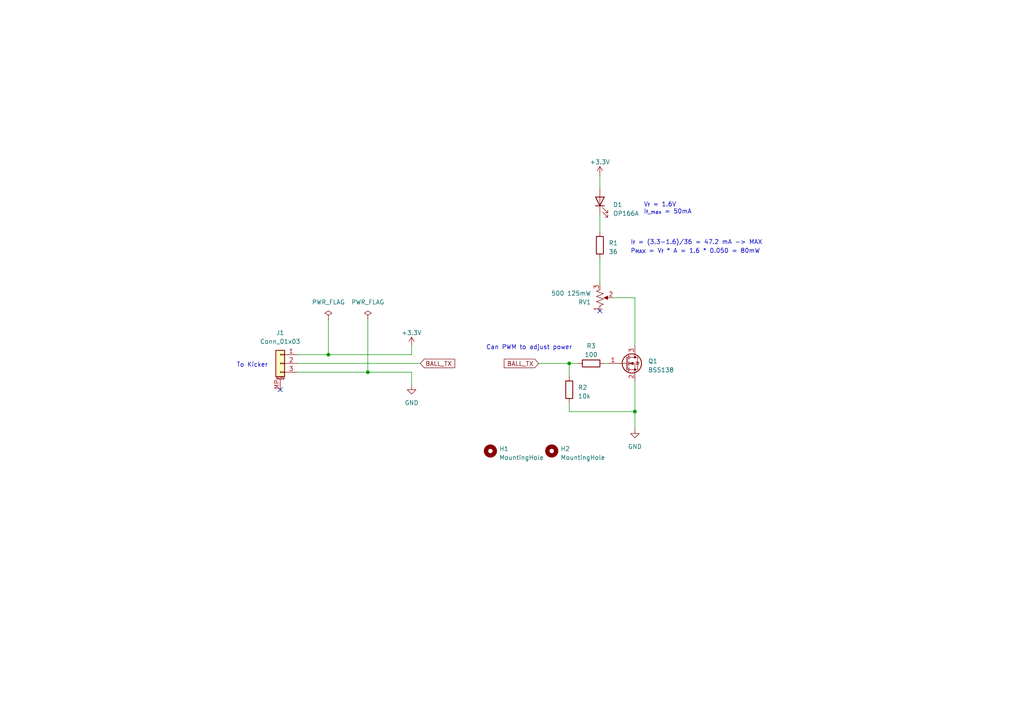
<source format=kicad_sch>
(kicad_sch (version 20231120) (generator "eeschema") (generator_version "8.0")
  (paper "A4")
  (title_block (title "Breakbeam Emitter") (date "2023-11-27") (rev "1.2 R0") (company "SSL A-Team") (comment 1 "Author: Joe Spall") (comment 2 "Author: Will Stuckey"))
  (lib_symbols
    (symbol "Connector_Generic_MountingPin:Conn_01x03_MountingPin" (pin_names (offset 1.016) hide)
      (property "Reference" "J" (at 0 5.08 0))
      (property "Value" "Conn_01x03_MountingPin" (at 1.27 -5.08 0))
      (symbol "Conn_01x03_MountingPin_1_1"
        (rectangle (start -1.27 -2.413) (end 0 -2.667) (stroke (width 0.1524)))
        (rectangle (start -1.27 0.127) (end 0 -0.127) (stroke (width 0.1524)))
        (rectangle (start -1.27 2.667) (end 0 2.413) (stroke (width 0.1524)))
        (rectangle (start -1.27 3.81) (end 1.27 -3.81) (stroke (width 0.254)) (fill (type background)))
        (polyline (pts (xy -1.016 -4.572) (xy 1.016 -4.572)) (stroke (width 0.1524)))
        (text "Mounting" (at 0 -4.191 0) (effects (font (size 0.381 0.381))))
        (pin passive line (at -5.08 2.54 0) (length 3.81) (name "Pin_1") (number "1"))
        (pin passive line (at -5.08 0 0) (length 3.81) (name "Pin_2") (number "2"))
        (pin passive line (at -5.08 -2.54 0) (length 3.81) (name "Pin_3") (number "3"))
        (pin passive line (at 0 -7.62 90) (length 3.048) (name "MountPin") (number "MP"))
      )
    )
    (symbol "Device:LED" (pin_numbers hide) (pin_names (offset 1.016) hide)
      (property "Reference" "D" (at 0 2.54 0))
      (property "Value" "LED" (at 0 -2.54 0))
      (symbol "LED_0_1"
        (polyline (pts (xy -1.27 -1.27) (xy -1.27 1.27)) (stroke (width 0.254)))
        (polyline (pts (xy -1.27 0) (xy 1.27 0)))
        (polyline (pts (xy 1.27 -1.27) (xy 1.27 1.27) (xy -1.27 0) (xy 1.27 -1.27)) (stroke (width 0.254)))
        (polyline (pts (xy -3.048 -0.762) (xy -4.572 -2.286) (xy -3.81 -2.286) (xy -4.572 -2.286) (xy -4.572 -1.524)))
        (polyline (pts (xy -1.778 -0.762) (xy -3.302 -2.286) (xy -2.54 -2.286) (xy -3.302 -2.286) (xy -3.302 -1.524)))
      )
      (symbol "LED_1_1"
        (pin passive line (at -3.81 0 0) (length 2.54) (name "K") (number "1"))
        (pin passive line (at 3.81 0 180) (length 2.54) (name "A") (number "2"))
      )
    )
    (symbol "Device:R" (pin_numbers hide) (pin_names (offset 0))
      (property "Reference" "R" (at 2.032 0 90))
      (property "Value" "R" (at 0 0 90))
      (symbol "R_0_1"
        (rectangle (start -1.016 -2.54) (end 1.016 2.54) (stroke (width 0.254)))
      )
      (symbol "R_1_1"
        (pin passive line (at 0 3.81 270) (length 1.27) (name "~") (number "1"))
        (pin passive line (at 0 -3.81 90) (length 1.27) (name "~") (number "2"))
      )
    )
    (symbol "Device:R_Potentiometer_US" (pin_names (offset 1.016) hide)
      (property "Reference" "RV" (at -4.445 0 90))
      (property "Value" "R_Potentiometer_US" (at -2.54 0 90))
      (symbol "R_Potentiometer_US_0_1"
        (polyline (pts (xy 0 -2.286) (xy 0 -2.54)))
        (polyline (pts (xy 0 2.54) (xy 0 2.286)))
        (polyline (pts (xy 2.54 0) (xy 1.524 0)))
        (polyline (pts (xy 1.143 0) (xy 2.286 0.508) (xy 2.286 -0.508) (xy 1.143 0)) (fill (type outline)))
        (polyline (pts (xy 0 -0.762) (xy 1.016 -1.143) (xy 0 -1.524) (xy -1.016 -1.905) (xy 0 -2.286)))
        (polyline (pts (xy 0 0.762) (xy 1.016 0.381) (xy 0 0) (xy -1.016 -0.381) (xy 0 -0.762)))
        (polyline (pts (xy 0 2.286) (xy 1.016 1.905) (xy 0 1.524) (xy -1.016 1.143) (xy 0 0.762)))
      )
      (symbol "R_Potentiometer_US_1_1"
        (pin passive line (at 0 3.81 270) (length 1.27) (name "1") (number "1"))
        (pin passive line (at 3.81 0 180) (length 1.27) (name "2") (number "2"))
        (pin passive line (at 0 -3.81 90) (length 1.27) (name "3") (number "3"))
      )
    )
    (symbol "Mechanical:MountingHole" (pin_names (offset 1.016))
      (property "Reference" "H" (at 0 5.08 0))
      (property "Value" "MountingHole" (at 0 3.175 0))
      (symbol "MountingHole_0_1"
        (circle (center 0 0) (radius 1.27) (stroke (width 1.27)))
      )
    )
    (symbol "Transistor_FET:BSS138" (pin_names hide)
      (property "Reference" "Q" (at 5.08 1.905 0))
      (property "Value" "BSS138" (at 5.08 0 0))
      (symbol "BSS138_0_1"
        (polyline (pts (xy 0.254 0) (xy -2.54 0)))
        (polyline (pts (xy 0.254 1.905) (xy 0.254 -1.905)) (stroke (width 0.254)))
        (polyline (pts (xy 0.762 -1.27) (xy 0.762 -2.286)) (stroke (width 0.254)))
        (polyline (pts (xy 0.762 0.508) (xy 0.762 -0.508)) (stroke (width 0.254)))
        (polyline (pts (xy 0.762 2.286) (xy 0.762 1.27)) (stroke (width 0.254)))
        (polyline (pts (xy 2.54 2.54) (xy 2.54 1.778)))
        (polyline (pts (xy 2.54 -2.54) (xy 2.54 0) (xy 0.762 0)))
        (polyline (pts (xy 0.762 -1.778) (xy 3.302 -1.778) (xy 3.302 1.778) (xy 0.762 1.778)))
        (polyline (pts (xy 1.016 0) (xy 2.032 0.381) (xy 2.032 -0.381) (xy 1.016 0)) (fill (type outline)))
        (polyline (pts (xy 2.794 0.508) (xy 2.921 0.381) (xy 3.683 0.381) (xy 3.81 0.254)))
        (polyline (pts (xy 3.302 0.381) (xy 2.921 -0.254) (xy 3.683 -0.254) (xy 3.302 0.381)))
        (circle (center 1.651 0) (radius 2.794) (stroke (width 0.254)))
        (circle (center 2.54 -1.778) (radius 0.254) (fill (type outline)))
        (circle (center 2.54 1.778) (radius 0.254) (fill (type outline)))
      )
      (symbol "BSS138_1_1"
        (pin input line (at -5.08 0 0) (length 2.54) (name "G") (number "1"))
        (pin passive line (at 2.54 -5.08 90) (length 2.54) (name "S") (number "2"))
        (pin passive line (at 2.54 5.08 270) (length 2.54) (name "D") (number "3"))
      )
    )
    (symbol "power:+3.3V" (power) (pin_names (offset 0))
      (property "Value" "+3.3V" (at 0 3.556 0))
      (symbol "+3.3V_0_1"
        (polyline (pts (xy -0.762 1.27) (xy 0 2.54)))
        (polyline (pts (xy 0 0) (xy 0 2.54)))
        (polyline (pts (xy 0 2.54) (xy 0.762 1.27)))
      )
      (symbol "+3.3V_1_1"
        (pin power_in line (at 0 0 90) (length 0) hide (name "+3.3V") (number "1"))
      )
    )
    (symbol "power:GND" (power) (pin_names (offset 0))
      (property "Value" "GND" (at 0 -3.81 0))
      (symbol "GND_0_1"
        (polyline (pts (xy 0 0) (xy 0 -1.27) (xy 1.27 -1.27) (xy 0 -2.54) (xy -1.27 -1.27) (xy 0 -1.27)))
      )
      (symbol "GND_1_1"
        (pin power_in line (at 0 0 270) (length 0) hide (name "GND") (number "1"))
      )
    )
    (symbol "power:PWR_FLAG" (power) (pin_numbers hide) (pin_names (offset 0) hide)
      (property "Value" "PWR_FLAG" (at 0 3.81 0))
      (symbol "PWR_FLAG_0_0"
        (pin power_out line (at 0 0 90) (length 0) (name "pwr") (number "1"))
      )
      (symbol "PWR_FLAG_0_1"
        (polyline (pts (xy 0 0) (xy 0 1.27) (xy -1.016 1.905) (xy 0 2.54) (xy 1.016 1.905) (xy 0 1.27)))
      )
    )
  )
  (junction (at 184.15 119.38))
  (junction (at 106.68 107.95))
  (junction (at 95.25 102.87))
  (junction (at 165.1 105.41))
  (no_connect (at 81.28 113.03))
  (no_connect (at 173.99 90.17))
  (wire (pts (xy 173.99 62.23) (xy 173.99 67.31)))
  (wire (pts (xy 165.1 116.84) (xy 165.1 119.38)))
  (wire (pts (xy 106.68 107.95) (xy 119.38 107.95)))
  (wire (pts (xy 86.36 102.87) (xy 95.25 102.87)))
  (wire (pts (xy 173.99 74.93) (xy 173.99 82.55)))
  (wire (pts (xy 184.15 110.49) (xy 184.15 119.38)))
  (wire (pts (xy 86.36 105.41) (xy 121.92 105.41)))
  (wire (pts (xy 156.21 105.41) (xy 165.1 105.41)))
  (wire (pts (xy 86.36 107.95) (xy 106.68 107.95)))
  (wire (pts (xy 184.15 119.38) (xy 184.15 124.46)))
  (wire (pts (xy 175.26 105.41) (xy 176.53 105.41)))
  (wire (pts (xy 165.1 105.41) (xy 167.64 105.41)))
  (wire (pts (xy 119.38 107.95) (xy 119.38 111.76)))
  (wire (pts (xy 119.38 102.87) (xy 119.38 100.33)))
  (wire (pts (xy 177.8 86.36) (xy 184.15 86.36)))
  (wire (pts (xy 173.99 50.8) (xy 173.99 54.61)))
  (wire (pts (xy 165.1 119.38) (xy 184.15 119.38)))
  (wire (pts (xy 95.25 102.87) (xy 119.38 102.87)))
  (wire (pts (xy 184.15 86.36) (xy 184.15 100.33)))
  (wire (pts (xy 165.1 105.41) (xy 165.1 109.22)))
  (wire (pts (xy 106.68 92.71) (xy 106.68 107.95)))
  (wire (pts (xy 95.25 92.71) (xy 95.25 102.87)))
  (text "P_{MAX} = V_{f} * A = 1.6 * 0.050 = 80mW" (at 182.88 73.66 0) (effects (font (size 1.27 1.27)) (justify left bottom)))
  (text "I_{f} = (3.3-1.6)/36 = 47.2 mA -> MAX" (at 182.88 71.12 0) (effects (font (size 1.27 1.27)) (justify left bottom)))
  (text "To Kicker" (at 68.58 106.68 0) (effects (font (size 1.27 1.27)) (justify left bottom)))
  (text "V_{f} = 1.6V\nI_{f_max} = 50mA\n" (at 186.69 62.23 0) (effects (font (size 1.27 1.27)) (justify left bottom)))
  (text "Can PWM to adjust power" (at 140.97 101.6 0) (effects (font (size 1.27 1.27)) (justify left bottom)))
  (global_label "BALL_TX" (shape input) (at 121.92 105.41 0) (property "Intersheetrefs" "${INTERSHEET_REFS}" (effects (hide yes))))
  (global_label "BALL_TX" (shape input) (at 156.21 105.41 180) (property "Intersheetrefs" "${INTERSHEET_REFS}" (effects (hide yes))))
  (symbol (lib_id "power:+3.3V") (at 119.38 100.33 0) (unit 1)
    (property "Reference" "#PWR03" (effects (hide yes)))
    (property "Value" "+3.3V" (at 119.38 96.52 0))
  )
  (symbol (lib_id "power:+3.3V") (at 173.99 50.8 0) (unit 1)
    (property "Reference" "#PWR02" (effects (hide yes)))
    (property "Value" "+3.3V" (at 173.99 46.99 0))
  )
  (symbol (lib_id "Device:LED") (at 173.99 58.42 90) (unit 1)
    (property "Reference" "D1" (at 177.8 59.3725 90) (effects (justify right)))
    (property "Value" "OP166A" (at 177.8 61.9125 90) (effects (justify right)))
    (property "Footprint" "LED_THT:LED_D3.0mm" (effects (hide yes)))
  )
  (symbol (lib_id "Device:R") (at 171.45 105.41 90) (unit 1)
    (property "Reference" "R3" (at 171.45 100.33 90))
    (property "Value" "100" (at 171.45 102.87 90))
    (property "Footprint" "Resistor_SMD:R_0603_1608Metric_Pad0.98x0.95mm_HandSolder" (effects (hide yes)))
    (property "LCSC" "C22775" (effects (hide yes)))
  )
  (symbol (lib_id "power:GND") (at 184.15 124.46 0) (unit 1)
    (property "Reference" "#PWR01" (effects (hide yes)))
    (property "Value" "GND" (at 184.15 129.54 0))
  )
  (symbol (lib_id "power:PWR_FLAG") (at 106.68 92.71 0) (unit 1)
    (property "Reference" "#FLG02" (effects (hide yes)))
    (property "Value" "PWR_FLAG" (at 106.68 87.63 0))
  )
  (symbol (lib_id "Device:R_Potentiometer_US") (at 173.99 86.36 0) (mirror x) (unit 1)
    (property "Reference" "RV1" (at 171.45 87.63 0) (effects (justify right)))
    (property "Value" "500 125mW" (at 171.45 85.09 0) (effects (justify right)))
    (property "Footprint" "Potentiometer_SMD:Potentiometer_Bourns_TC33X_Vertical" (effects (hide yes)))
    (property "Datasheet" "https://www.lcsc.com/product-detail/Variable-Resistors-Potentiometers_BOURNS-TC33X-2-501E_C720649.html" (effects (hide yes)))
    (property "LCSC" "C720649" (effects (hide yes)))
  )
  (symbol (lib_id "power:GND") (at 119.38 111.76 0) (unit 1)
    (property "Reference" "#PWR04" (effects (hide yes)))
    (property "Value" "GND" (at 119.38 116.84 0))
  )
  (symbol (lib_id "Mechanical:MountingHole") (at 160.02 130.81 0) (unit 1)
    (property "Reference" "H2" (at 162.56 130.175 0) (effects (justify left)))
    (property "Value" "MountingHole" (at 162.56 132.715 0) (effects (justify left)))
    (property "Footprint" "MountingHole:MountingHole_2.2mm_M2" (effects (hide yes)))
  )
  (symbol (lib_id "Transistor_FET:BSS138") (at 181.61 105.41 0) (unit 1)
    (property "Reference" "Q1" (at 187.96 104.775 0) (effects (justify left)))
    (property "Value" "BSS138" (at 187.96 107.315 0) (effects (justify left)))
    (property "Footprint" "Package_TO_SOT_SMD:SOT-23" (effects (hide yes)))
    (property "Datasheet" "https://www.onsemi.com/pub/Collateral/BSS138-D.PDF" (effects (hide yes)))
    (property "LCSC" "C82045" (effects (hide yes)))
  )
  (symbol (lib_id "Connector_Generic_MountingPin:Conn_01x03_MountingPin") (at 81.28 105.41 0) (mirror y) (unit 1)
    (property "Reference" "J1" (at 81.28 96.52 0))
    (property "Value" "Conn_01x03" (at 81.28 99.06 0))
    (property "Footprint" "Connector_JST:JST_GH_SM03B-GHS-TB_1x03-1MP_P1.25mm_Horizontal" (effects (hide yes)))
    (property "Description" "Generic connectable mounting pin connector, single row, 01x03, script generated (kicad-library-utils/schlib/autogen/connector/)" (effects (hide yes)))
    (property "LCSC" "C514175" (effects (hide yes)))
  )
  (symbol (lib_id "power:PWR_FLAG") (at 95.25 92.71 0) (unit 1)
    (property "Reference" "#FLG01" (effects (hide yes)))
    (property "Value" "PWR_FLAG" (at 95.25 87.63 0))
  )
  (symbol (lib_id "Device:R") (at 173.99 71.12 0) (unit 1)
    (property "Reference" "R1" (at 176.53 70.485 0) (effects (justify left)))
    (property "Value" "36" (at 176.53 73.025 0) (effects (justify left)))
    (property "Footprint" "Resistor_SMD:R_0603_1608Metric_Pad0.98x0.95mm_HandSolder" (effects (hide yes)))
    (property "LCSC" "C101000" (effects (hide yes)))
  )
  (symbol (lib_id "Mechanical:MountingHole") (at 142.24 130.81 0) (unit 1)
    (property "Reference" "H1" (at 144.78 130.175 0) (effects (justify left)))
    (property "Value" "MountingHole" (at 144.78 132.715 0) (effects (justify left)))
    (property "Footprint" "MountingHole:MountingHole_2.2mm_M2" (effects (hide yes)))
  )
  (symbol (lib_id "Device:R") (at 165.1 113.03 0) (unit 1)
    (property "Reference" "R2" (at 167.64 112.395 0) (effects (justify left)))
    (property "Value" "10k" (at 167.64 114.935 0) (effects (justify left)))
    (property "Footprint" "Resistor_SMD:R_0603_1608Metric_Pad0.98x0.95mm_HandSolder" (effects (hide yes)))
    (property "LCSC" "C25804" (effects (hide yes)))
  )
)
</source>
